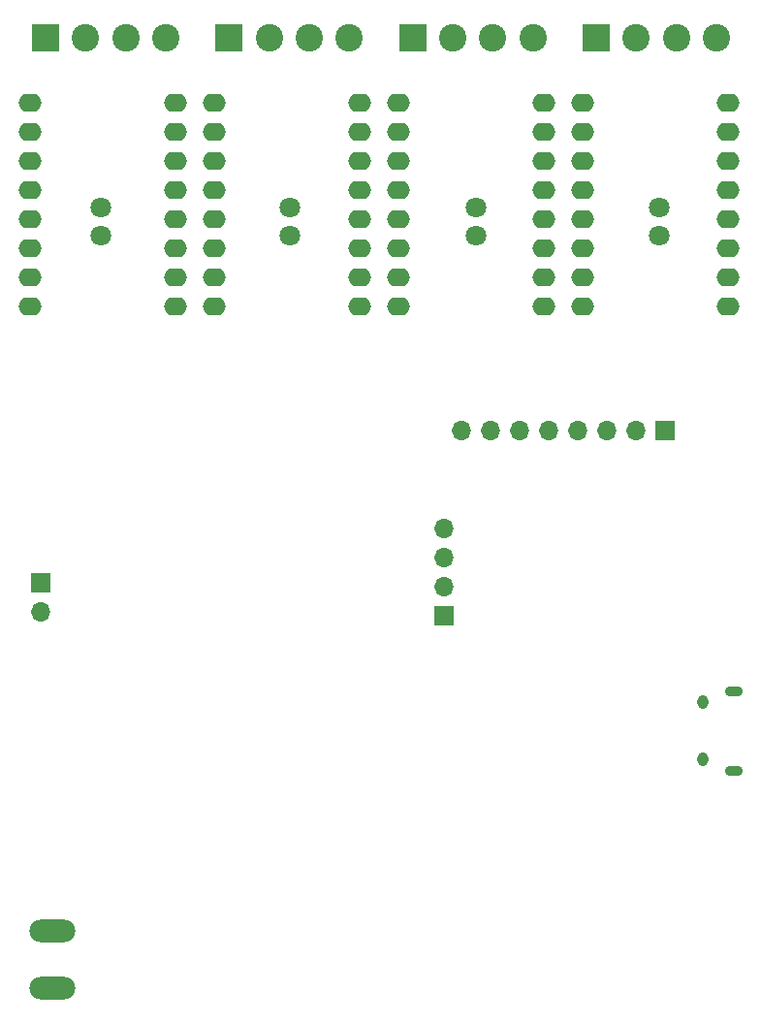
<source format=gbs>
G04 #@! TF.GenerationSoftware,KiCad,Pcbnew,8.0.3-8.0.3-0~ubuntu20.04.1*
G04 #@! TF.CreationDate,2024-08-18T22:02:51-04:00*
G04 #@! TF.ProjectId,syringe_pump,73797269-6e67-4655-9f70-756d702e6b69,rev?*
G04 #@! TF.SameCoordinates,Original*
G04 #@! TF.FileFunction,Soldermask,Bot*
G04 #@! TF.FilePolarity,Negative*
%FSLAX46Y46*%
G04 Gerber Fmt 4.6, Leading zero omitted, Abs format (unit mm)*
G04 Created by KiCad (PCBNEW 8.0.3-8.0.3-0~ubuntu20.04.1) date 2024-08-18 22:02:51*
%MOMM*%
%LPD*%
G01*
G04 APERTURE LIST*
%ADD10C,1.800000*%
%ADD11R,1.700000X1.700000*%
%ADD12O,1.700000X1.700000*%
%ADD13O,4.000000X2.000000*%
%ADD14O,1.550000X0.890000*%
%ADD15O,0.950000X1.250000*%
%ADD16R,2.400000X2.400000*%
%ADD17C,2.400000*%
%ADD18O,2.000000X1.600000*%
G04 APERTURE END LIST*
D10*
X58225000Y-74750000D03*
X58225000Y-72250000D03*
D11*
X107525000Y-91725000D03*
D12*
X104985000Y-91725000D03*
X102445000Y-91725000D03*
X99905000Y-91725000D03*
X97365000Y-91725000D03*
X94825000Y-91725000D03*
X92285000Y-91725000D03*
X89745000Y-91725000D03*
D13*
X54000000Y-140450000D03*
X54000000Y-135450000D03*
D14*
X113500000Y-121500000D03*
D15*
X110800000Y-120500000D03*
X110800000Y-115500000D03*
D14*
X113500000Y-114500000D03*
D10*
X107000000Y-74750000D03*
X107000000Y-72250000D03*
X74700000Y-74750000D03*
X74700000Y-72250000D03*
D11*
X88175000Y-107920000D03*
D12*
X88175000Y-105380000D03*
X88175000Y-102840000D03*
X88175000Y-100300000D03*
D11*
X53000000Y-105025000D03*
D12*
X53000000Y-107565000D03*
D10*
X91000000Y-74750000D03*
X91000000Y-72250000D03*
D16*
X69433333Y-57500000D03*
D17*
X72933333Y-57500000D03*
X76433333Y-57500000D03*
X79933333Y-57500000D03*
D18*
X68100000Y-80890000D03*
X68100000Y-78350000D03*
X68100000Y-75810000D03*
X68100000Y-73270000D03*
X68100000Y-70730000D03*
X68100000Y-68190000D03*
X68100000Y-65650000D03*
X68100000Y-63110000D03*
X80800000Y-63110000D03*
X80800000Y-65650000D03*
X80800000Y-68190000D03*
X80800000Y-70730000D03*
X80800000Y-73270000D03*
X80800000Y-75810000D03*
X80800000Y-78350000D03*
X80800000Y-80890000D03*
D16*
X53400000Y-57500000D03*
D17*
X56900000Y-57500000D03*
X60400000Y-57500000D03*
X63900000Y-57500000D03*
D16*
X101500000Y-57500000D03*
D17*
X105000000Y-57500000D03*
X108500000Y-57500000D03*
X112000000Y-57500000D03*
D18*
X84200000Y-80890000D03*
X84200000Y-78350000D03*
X84200000Y-75810000D03*
X84200000Y-73270000D03*
X84200000Y-70730000D03*
X84200000Y-68190000D03*
X84200000Y-65650000D03*
X84200000Y-63110000D03*
X96900000Y-63110000D03*
X96900000Y-65650000D03*
X96900000Y-68190000D03*
X96900000Y-70730000D03*
X96900000Y-73270000D03*
X96900000Y-75810000D03*
X96900000Y-78350000D03*
X96900000Y-80890000D03*
D16*
X85466666Y-57500000D03*
D17*
X88966666Y-57500000D03*
X92466666Y-57500000D03*
X95966666Y-57500000D03*
D18*
X52000000Y-80890000D03*
X52000000Y-78350000D03*
X52000000Y-75810000D03*
X52000000Y-73270000D03*
X52000000Y-70730000D03*
X52000000Y-68190000D03*
X52000000Y-65650000D03*
X52000000Y-63110000D03*
X64700000Y-63110000D03*
X64700000Y-65650000D03*
X64700000Y-68190000D03*
X64700000Y-70730000D03*
X64700000Y-73270000D03*
X64700000Y-75810000D03*
X64700000Y-78350000D03*
X64700000Y-80890000D03*
X100300000Y-80890000D03*
X100300000Y-78350000D03*
X100300000Y-75810000D03*
X100300000Y-73270000D03*
X100300000Y-70730000D03*
X100300000Y-68190000D03*
X100300000Y-65650000D03*
X100300000Y-63110000D03*
X113000000Y-63110000D03*
X113000000Y-65650000D03*
X113000000Y-68190000D03*
X113000000Y-70730000D03*
X113000000Y-73270000D03*
X113000000Y-75810000D03*
X113000000Y-78350000D03*
X113000000Y-80890000D03*
M02*

</source>
